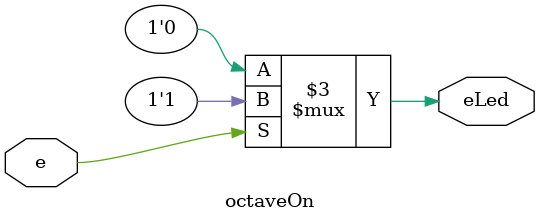
<source format=v>
`timescale 1ns / 1ps


module button(on, clock, up, down, LED, a2);
input on, clock, up, down;
output LED;
output [3:0]a2;

wire [3:0] temp_a2;

wire [3:0] a2_inc, a2_dec;


 assign temp_a2 = a2;

octaveSet buttonStage0(temp_a2, clock, on, up, down, a2_inc, 
a2_dec);

choose buttonStage1(up, down, a2_inc,
a2_dec, a2 );

octaveOn buttonStage2(on, LED);

endmodule

module octaveSet( a2, clock,s,minuteI, minuteDec, 
 a2_inc,a2_dec);
//input [4:0] octave;
input [3:0] a2;
input clock;
input s, minuteI, minuteDec;
output reg [3:0] a2_inc,a2_dec;
//output reg [4:0] octave_inc, octave_dec;
//reg [3:0] a1_inc, a1_dec, a2_inc,a2_dec;
//for increment


reg incr1=1'b0, incr2=1'b0;
always @(posedge clock) begin
if(s)
begin
  incr1 <= minuteI;
  incr2 <= incr1;
  end
end
wire increment_synched = incr2;

reg [15:0] incrhistory = 16'h0000;
reg incr_detected = 1'b0;
always @(posedge clock) begin
  incrhistory <= { incrhistory[14:0] , increment_synched };
  if (incrhistory == 16'b0011111111111111)
    incr_detected <= 1'b1;
  else
    incr_detected <= 1'b0;
end

always @ (posedge clock) begin
a2_inc = a2;
//a1_inc = a1;
//octave_inc = octave;
  if (incr_detected) begin
      a2_inc = a2 + 1; 
      //octave_inc = octave + 1; 
      end
  if (a2_inc[3:0]== 4'b1001) begin
      a2_inc <= 0;
      //a1_inc <= a1 + 1;
      end
  //if(a1_inc[3:0]==4'b0101) begin
     // a1_inc <= 0;
     // end
  //if(a2_inc[3:0]== 4'b0111 && a1_inc[3:0]==4'b0001 & octave_inc==5'b10001) begin
   // a2_inc <= 0; a1_inc <= 0; octave_inc <=0;
   // end
end

// for decrement
reg dec1=1'b0, dec2=1'b0;
always @(posedge clock) begin
if(s)
begin
  dec1 <= minuteDec;
  dec2 <= dec1;
  end
end
wire decrement_synched = dec2;

reg [15:0] dechistory = 16'h0000;
reg dec_detected = 1'b0;
always @(posedge clock) begin
  dechistory <= { dechistory[14:0] , decrement_synched };
  if (dechistory == 16'b0011111111111111)
    dec_detected <= 1'b1;
  else
    dec_detected <= 1'b0;
end

always @ (posedge clock) begin
//a1_dec <= a1;
a2_dec <= a2;
//octave_dec <= octave;
    if (dec_detected) begin
    a2_dec <= a2_dec - 1;
    //octave_dec <= octave_dec - 1;
    end
    if (a2_dec[3:0]== 4'b1111) begin
      a2_dec <= 4'b1001;
      //a1_dec <= a1_dec - 1;
      end
      //if(a1_dec[3:0]==4'b1111) begin
      //a1_dec <= 4'b0001;
     // end 
      //if(a2_dec[3:0]== 4'b1001 && a1_dec[3:0]==4'b0001 && octave_dec[4:0]==5'b11110) begin
       // a2_dec <= 4'b0110; a1_dec <= 4'b0001; octave_dec <=5'b10000;
       // end
end

endmodule

module choose(bmi, bmd, a2_I, a2_D, a2, oct);

input bmi, bmd;
input [3:0] a2_I, a2_D;
output reg [3:0] a2;
output reg [4:0] oct;
reg [1:0] select;

always@(*)
begin
    select = {bmi, bmd};
    case(select)
        4'b10: begin
          //  a1 = a1_I;
            a2 = a2_I; 
          //  oct = oUP; 
          end
        4'b01: begin
        //    a1 = a1_D;
            a2 = a2_D; 
            //oct = oDOWN; 
            end
    endcase
   


end
endmodule

module octaveOn(e, eLed);
input e;
output reg eLed;
always@(*)
begin
if(e)
eLed = 1;
else 
eLed = 0;
end
endmodule

/*
module button(clock, up, down, on, octave,LED);
input clock, up, down, on;
output [4:0] octave;
output reg LED;
wire goUp, goDown;

debounce buttonStage0(clock, on, up, goUp);
debounce buttonStage1(clock, on, down, goDown);
counter buttonStage2(goUp,goDown,octave);

endmodule

module debounce(
input wire clk, reset,
input wire sw,
output reg db
);
// symbolic state declaration
localparam [2:0]
    zero = 3'b000,
    wait1_1 = 3'b001,
    wait1_2 = 3'b010,
    wait1_3 = 3'b011,
    one = 3'b100,
    wait0_1 = 3'b101,
    wait0_2 = 3'b110,
    wait0_3 = 3'b111;
// number of counter bits (2"N * 2Ons = lOms tick)
localparam N =19; 
// signal declaration
reg [N-1:0] q_reg;
wire [N-1 : 0] q_next;
wire m_tick;
reg [2:0] state_reg , state_next ;
// body

// counter to generate 10 ms tick ...............................................
always @ (posedge clk)
q_reg <= q_next;
// next-state logic
assign q_next = q_reg + 1;
// ozrtput tick
assign m_tick = (q_reg==0) ? 1'b1 : 1'b0;
// debouncing FSM ...............................................
// state register
always @ ( posedge clk or negedge reset)
if (~reset)
state_reg <= zero;
else
state_reg <= state_next ;
// next-state logic and output logic
always @*
begin
state_next = state_reg; // default state: the same
db = 1'b0; // default output: 0
case (state_reg)
zero:
if (sw)
state_next = wait1_1 ;
wait1_1:
if (~sw)
state_next = zero;
else
if (m_tick)
state_next = wait1_2 ;
wait1_2:
if (~sw)
state_next = zero;
else
if (m_tick)
state_next = wait1_3;
wait1_3:
if (~sw)
state_next = zero; 
else
if (m_tick)
state_next = one;
one:
begin
db = 1'b1;
if (~sw)
state_next = wait0_1;
end
wait0_1:
begin
db = 1'b1;
if (sw)
state_next = one;
else
if (m_tick)
state_next = wait0_2;
end
wait0_2:
begin
db = 1'b1;
if (sw)
state_next = one;
else
if (m_tick)
state_next = wait0_3;
end
wait0_3:
begin
db = 1'b1;
if (sw)
state_next = one;
else
if (m_tick)
state_next = zero;
end
default : state_next = zero;
endcase
end
endmodule

module counter(input button,input down,output reg [4:0] d);
always@(button or down)
begin
if(button)
d <= d + 1;
else if(down)
d<= d - 1;

begin
if (d==17)
d<=0;
else if(d==5'b11110)
d<=16;
end
end
endmodule*/

/*module minuteSet(a1, a2, clock,s,minuteI, minuteDec, 
a1_inc, a1_dec, a2_inc,a2_dec);
input [3:0] a1, a2; //initials
input clock;
input s, minuteI, minuteDec; //switch plus buttons
output reg [3:0] a1_inc, a1_dec, a2_inc,a2_dec;
//reg [3:0] a1_inc, a1_dec, a2_inc,a2_dec;


//for increment BEGIN


reg incr1=1'b0, incr2=1'b0;
always @(posedge clock) begin
if(s)
begin
  incr1 <= minuteI;
  incr2 <= incr1;
  end
end
wire increment_synched = incr2;

reg [15:0] incrhistory = 16'h0000;
reg incr_detected = 1'b0;
always @(posedge clock) begin
  incrhistory <= { incrhistory[14:0] , increment_synched };
  if (incrhistory == 16'b0011111111111111)
    incr_detected <= 1'b1;
  else
    incr_detected <= 1'b0;
end

always @ (posedge clock) begin
a2_inc = a2;
a1_inc = a1;
  if (incr_detected) begin
      a2_inc = a2 + 1; end
  if (a2_inc[3:0]== 4'b1001) begin
      a2_inc <= 0;
      a1_inc <= a1 + 1;end
  if(a1_inc[3:0]==4'b0101) begin
      a1_inc <= 0;
      end

end

// for decrement BEGIN

reg dec1=1'b0, dec2=1'b0;
always @(posedge clock) begin
if(s)
begin
  dec1 <= minuteDec;
  dec2 <= dec1;
  end
end
wire decrement_synched = dec2;

reg [15:0] dechistory = 16'h0000;
reg dec_detected = 1'b0;
always @(posedge clock) begin
  dechistory <= { dechistory[14:0] , decrement_synched };
  if (dechistory == 16'b0011111111111111)
    dec_detected <= 1'b1;
  else
    dec_detected <= 1'b0;
end

always @ (posedge clock) begin
a1_dec <= a1;
a2_dec <= a2;
    if (dec_detected) begin
    a2_dec <= a2_dec - 1;
    end
    if (a2_dec[3:0]== 4'b1111) begin
      a2_dec <= 4'b1001;
      a1_dec <= a1_dec - 1;
      end
      if(a1_dec[3:0]==4'b1111) begin
      a1_dec <= 4'b0101;
      end 
      
end
endmodule

module choose(bmi, bmd, bsi, bsd, a1_I, a1_D, a2_I, a2_D,
 a3_I, a3_D, a4_I, a4_D, a1, a2, a3, a4);
input bmi, bmd, bsi, bsd;
input [3:0] a1_I, a1_D, a2_I, a2_D, a3_I, a3_D, a4_I, a4_D;
output reg [3:0] a1, a2, a3, a4;
reg [3:0] select;

always@(*)
begin
    select = {bmi, bmd, bsi, bsd};
    case(select)
        4'b1000: begin
            a1 = a1_I;
            a2 = a2_I; end
        4'b0100: begin
            a1 = a1_D;
            a2 = a2_D; end
        4'b0010: begin
            a3 = a3_I;
            a4 = a4_I; end
        4'b0001: begin
            a3 = a3_D;
            a4 = a4_D; end
    endcase

end
endmodule */
</source>
